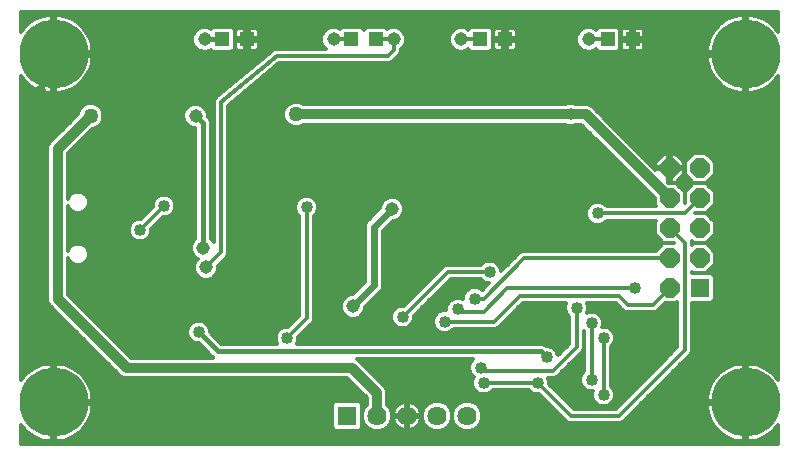
<source format=gbl>
G75*
G70*
%OFA0B0*%
%FSLAX24Y24*%
%IPPOS*%
%LPD*%
%AMOC8*
5,1,8,0,0,1.08239X$1,22.5*
%
%ADD10R,0.0472X0.0472*%
%ADD11C,0.2300*%
%ADD12R,0.0640X0.0640*%
%ADD13OC8,0.0640*%
%ADD14C,0.0640*%
%ADD15C,0.0120*%
%ADD16C,0.0450*%
%ADD17C,0.0400*%
%ADD18C,0.0500*%
%ADD19C,0.0320*%
%ADD20C,0.0240*%
%ADD21C,0.0160*%
D10*
X008313Y018996D03*
X009140Y018996D03*
X012613Y018996D03*
X013440Y018996D03*
X016913Y018996D03*
X017740Y018996D03*
X021163Y018996D03*
X021990Y018996D03*
D11*
X025762Y018511D03*
X025762Y006896D03*
X002691Y006896D03*
X002691Y018511D03*
D12*
X012476Y006446D03*
X024226Y010703D03*
D13*
X023226Y010703D03*
X023226Y011703D03*
X024226Y011703D03*
X024226Y012703D03*
X023226Y012703D03*
X023226Y013703D03*
X024226Y013703D03*
X024226Y014703D03*
X023226Y014703D03*
D14*
X016476Y006446D03*
X015476Y006446D03*
X014476Y006446D03*
X013476Y006446D03*
D15*
X001611Y006155D02*
X001611Y005502D01*
X026842Y005502D01*
X026842Y006155D01*
X026815Y006115D01*
X026734Y006016D01*
X026643Y005925D01*
X026543Y005843D01*
X026436Y005771D01*
X026323Y005711D01*
X026204Y005661D01*
X026081Y005624D01*
X025954Y005599D01*
X025826Y005586D01*
X025822Y005586D01*
X025822Y006836D01*
X025702Y006836D01*
X025702Y005586D01*
X025697Y005586D01*
X025569Y005599D01*
X025443Y005624D01*
X025320Y005661D01*
X025201Y005711D01*
X025088Y005771D01*
X024981Y005843D01*
X024881Y005925D01*
X024790Y006016D01*
X024708Y006115D01*
X024637Y006222D01*
X024576Y006336D01*
X024527Y006454D01*
X024490Y006578D01*
X024464Y006704D01*
X024452Y006832D01*
X024452Y006836D01*
X025702Y006836D01*
X025702Y006956D01*
X024452Y006956D01*
X024452Y006961D01*
X024464Y007089D01*
X024490Y007215D01*
X024527Y007338D01*
X024576Y007457D01*
X024637Y007571D01*
X024708Y007678D01*
X024790Y007777D01*
X024881Y007868D01*
X024981Y007950D01*
X025088Y008021D01*
X025201Y008082D01*
X025320Y008131D01*
X025443Y008169D01*
X025569Y008194D01*
X025697Y008206D01*
X025702Y008206D01*
X025702Y006957D01*
X025822Y006957D01*
X025822Y008206D01*
X025826Y008206D01*
X025954Y008194D01*
X026081Y008169D01*
X026204Y008131D01*
X026323Y008082D01*
X026436Y008021D01*
X026543Y007950D01*
X026643Y007868D01*
X026734Y007777D01*
X026815Y007678D01*
X026842Y007638D01*
X026842Y017769D01*
X026815Y017729D01*
X026734Y017630D01*
X026643Y017539D01*
X026543Y017457D01*
X026436Y017386D01*
X026323Y017325D01*
X026204Y017276D01*
X026081Y017238D01*
X025954Y017213D01*
X025826Y017201D01*
X025822Y017201D01*
X025822Y018450D01*
X025702Y018450D01*
X025702Y017201D01*
X025697Y017201D01*
X025569Y017213D01*
X025443Y017238D01*
X025320Y017276D01*
X025201Y017325D01*
X025088Y017386D01*
X024981Y017457D01*
X024881Y017539D01*
X024790Y017630D01*
X024708Y017729D01*
X024637Y017836D01*
X024576Y017950D01*
X024527Y018069D01*
X024490Y018192D01*
X024464Y018318D01*
X024452Y018446D01*
X024452Y018451D01*
X025702Y018451D01*
X025702Y018570D01*
X024452Y018570D01*
X024452Y018575D01*
X024464Y018703D01*
X024490Y018829D01*
X024527Y018952D01*
X024576Y019071D01*
X024637Y019185D01*
X024708Y019292D01*
X024790Y019391D01*
X024881Y019482D01*
X024981Y019564D01*
X025088Y019636D01*
X025201Y019696D01*
X025320Y019745D01*
X025443Y019783D01*
X025569Y019808D01*
X025697Y019821D01*
X025702Y019821D01*
X025702Y018571D01*
X025822Y018571D01*
X025822Y019821D01*
X025826Y019821D01*
X025954Y019808D01*
X026081Y019783D01*
X026204Y019745D01*
X026323Y019696D01*
X026436Y019636D01*
X026543Y019564D01*
X026643Y019482D01*
X026734Y019391D01*
X026815Y019292D01*
X026842Y019252D01*
X026842Y019905D01*
X001611Y019905D01*
X001611Y019252D01*
X001638Y019292D01*
X001719Y019391D01*
X001810Y019482D01*
X001910Y019564D01*
X002017Y019636D01*
X002130Y019696D01*
X002249Y019745D01*
X002372Y019783D01*
X002499Y019808D01*
X002627Y019821D01*
X002631Y019821D01*
X002631Y018571D01*
X002751Y018571D01*
X002751Y019821D01*
X002755Y019821D01*
X002883Y019808D01*
X003010Y019783D01*
X003133Y019745D01*
X003252Y019696D01*
X003365Y019636D01*
X003472Y019564D01*
X003572Y019482D01*
X003663Y019391D01*
X003744Y019292D01*
X003816Y019185D01*
X003877Y019071D01*
X003926Y018952D01*
X003963Y018829D01*
X003988Y018703D01*
X004001Y018575D01*
X004001Y018570D01*
X002751Y018570D01*
X002751Y018451D01*
X004001Y018451D01*
X004001Y018446D01*
X003988Y018318D01*
X003963Y018192D01*
X003926Y018069D01*
X003877Y017950D01*
X003816Y017836D01*
X003744Y017729D01*
X003663Y017630D01*
X003572Y017539D01*
X003472Y017457D01*
X003365Y017386D01*
X003252Y017325D01*
X003133Y017276D01*
X003010Y017238D01*
X002883Y017213D01*
X002755Y017201D01*
X002751Y017201D01*
X002751Y018450D01*
X002631Y018450D01*
X002631Y017201D01*
X002627Y017201D01*
X002499Y017213D01*
X002372Y017238D01*
X002249Y017276D01*
X002130Y017325D01*
X002017Y017386D01*
X001910Y017457D01*
X001810Y017539D01*
X001719Y017630D01*
X001638Y017729D01*
X001611Y017769D01*
X001611Y007638D01*
X001638Y007678D01*
X001719Y007777D01*
X001810Y007868D01*
X001910Y007950D01*
X002017Y008021D01*
X002130Y008082D01*
X002249Y008131D01*
X002372Y008169D01*
X002499Y008194D01*
X002627Y008206D01*
X002631Y008206D01*
X002631Y006957D01*
X002751Y006957D01*
X002751Y008206D01*
X002755Y008206D01*
X002883Y008194D01*
X003010Y008169D01*
X003133Y008131D01*
X003252Y008082D01*
X003365Y008021D01*
X003472Y007950D01*
X003572Y007868D01*
X003663Y007777D01*
X003744Y007678D01*
X003816Y007571D01*
X003877Y007457D01*
X003926Y007338D01*
X003963Y007215D01*
X003988Y007089D01*
X004001Y006961D01*
X004001Y006956D01*
X002751Y006956D01*
X002751Y006836D01*
X002751Y005586D01*
X002755Y005586D01*
X002883Y005599D01*
X003010Y005624D01*
X003133Y005661D01*
X003252Y005711D01*
X003365Y005771D01*
X003472Y005843D01*
X003572Y005925D01*
X003663Y006016D01*
X003744Y006115D01*
X003816Y006222D01*
X003877Y006336D01*
X003926Y006454D01*
X003963Y006578D01*
X003988Y006704D01*
X004001Y006832D01*
X004001Y006836D01*
X002751Y006836D01*
X002631Y006836D01*
X002631Y005586D01*
X002627Y005586D01*
X002499Y005599D01*
X002372Y005624D01*
X002249Y005661D01*
X002130Y005711D01*
X002017Y005771D01*
X001910Y005843D01*
X001810Y005925D01*
X001719Y006016D01*
X001638Y006115D01*
X001611Y006155D01*
X001611Y006151D02*
X001613Y006151D01*
X001611Y006033D02*
X001705Y006033D01*
X001611Y005914D02*
X001823Y005914D01*
X001980Y005796D02*
X001611Y005796D01*
X001611Y005677D02*
X002211Y005677D01*
X002631Y005677D02*
X002751Y005677D01*
X002751Y005796D02*
X002631Y005796D01*
X002631Y005914D02*
X002751Y005914D01*
X002751Y006033D02*
X002631Y006033D01*
X002631Y006151D02*
X002751Y006151D01*
X002751Y006270D02*
X002631Y006270D01*
X002631Y006388D02*
X002751Y006388D01*
X002751Y006507D02*
X002631Y006507D01*
X002631Y006626D02*
X002751Y006626D01*
X002751Y006744D02*
X002631Y006744D01*
X002751Y006863D02*
X011999Y006863D01*
X011976Y006840D02*
X011976Y006051D01*
X012082Y005946D01*
X012871Y005946D01*
X012976Y006051D01*
X012976Y006840D01*
X012871Y006946D01*
X012082Y006946D01*
X011976Y006840D01*
X011976Y006744D02*
X003992Y006744D01*
X003973Y006626D02*
X011976Y006626D01*
X011976Y006507D02*
X003942Y006507D01*
X003899Y006388D02*
X011976Y006388D01*
X011976Y006270D02*
X003842Y006270D01*
X003769Y006151D02*
X011976Y006151D01*
X011995Y006033D02*
X003677Y006033D01*
X003559Y005914D02*
X024894Y005914D01*
X024776Y006033D02*
X016771Y006033D01*
X016760Y006022D02*
X016900Y006162D01*
X016976Y006346D01*
X016976Y006545D01*
X016900Y006729D01*
X016760Y006869D01*
X016576Y006946D01*
X016377Y006946D01*
X016193Y006869D01*
X016053Y006729D01*
X015976Y006545D01*
X015900Y006729D01*
X015760Y006869D01*
X015576Y006946D01*
X015377Y006946D01*
X015193Y006869D01*
X015053Y006729D01*
X014976Y006545D01*
X014976Y006346D01*
X015053Y006162D01*
X015193Y006022D01*
X015377Y005946D01*
X015576Y005946D01*
X015760Y006022D01*
X015900Y006162D01*
X015976Y006346D01*
X015976Y006545D01*
X015976Y006346D01*
X016053Y006162D01*
X016193Y006022D01*
X016377Y005946D01*
X016576Y005946D01*
X016760Y006022D01*
X016889Y006151D02*
X024684Y006151D01*
X024611Y006270D02*
X021690Y006270D01*
X021662Y006242D02*
X023862Y008442D01*
X023862Y008442D01*
X023930Y008510D01*
X023966Y008598D01*
X023966Y010203D01*
X024621Y010203D01*
X024726Y010309D01*
X024726Y011098D01*
X024621Y011203D01*
X023966Y011203D01*
X023966Y011256D01*
X024019Y011203D01*
X024434Y011203D01*
X024726Y011496D01*
X024726Y011911D01*
X024434Y012203D01*
X024726Y012496D01*
X024726Y012911D01*
X024434Y013203D01*
X024726Y013496D01*
X024726Y013911D01*
X024434Y014203D01*
X024726Y014496D01*
X024726Y014911D01*
X024434Y015203D01*
X024019Y015203D01*
X023726Y014911D01*
X023726Y014496D01*
X024019Y014203D01*
X023726Y013911D01*
X023434Y014203D01*
X023207Y014203D01*
X023186Y014224D01*
X023186Y014663D01*
X022746Y014663D01*
X022746Y014662D01*
X020661Y016742D01*
X020619Y016784D01*
X020619Y016784D01*
X020619Y016784D01*
X020562Y016807D01*
X020494Y016836D01*
X020494Y016836D01*
X020494Y016836D01*
X020427Y016836D01*
X020099Y016836D01*
X020002Y016876D01*
X019851Y016876D01*
X019754Y016836D01*
X011045Y016836D01*
X011020Y016860D01*
X010862Y016926D01*
X010691Y016926D01*
X010533Y016860D01*
X010412Y016739D01*
X010346Y016581D01*
X010346Y016410D01*
X010412Y016252D01*
X010533Y016131D01*
X010691Y016066D01*
X010862Y016066D01*
X011020Y016131D01*
X011045Y016156D01*
X019754Y016156D01*
X019851Y016116D01*
X020002Y016116D01*
X020099Y016156D01*
X020286Y016156D01*
X022726Y013722D01*
X022726Y013496D01*
X022787Y013436D01*
X021124Y013436D01*
X021042Y013518D01*
X020902Y013576D01*
X020751Y013576D01*
X020611Y013518D01*
X020504Y013411D01*
X020446Y013271D01*
X020446Y013120D01*
X020504Y012980D01*
X020611Y012873D01*
X020751Y012816D01*
X020902Y012816D01*
X021042Y012873D01*
X021124Y012956D01*
X022772Y012956D01*
X022726Y012911D01*
X022726Y012496D01*
X023019Y012203D01*
X022759Y011943D01*
X018377Y011936D01*
X018329Y011936D01*
X018329Y011935D01*
X018328Y011935D01*
X018289Y011919D01*
X018240Y011899D01*
X018213Y011872D01*
X017606Y011265D01*
X017606Y011321D01*
X017549Y011461D01*
X017442Y011568D01*
X017302Y011626D01*
X017151Y011626D01*
X017011Y011568D01*
X016929Y011486D01*
X013676Y011486D01*
X013676Y011604D02*
X017100Y011604D01*
X016929Y011486D02*
X015874Y011486D01*
X015779Y011486D01*
X015690Y011449D01*
X014367Y010126D01*
X014251Y010126D01*
X014111Y010068D01*
X014004Y009961D01*
X013946Y009821D01*
X013946Y009670D01*
X014004Y009530D01*
X014111Y009423D01*
X014251Y009366D01*
X014402Y009366D01*
X014542Y009423D01*
X014649Y009530D01*
X014706Y009670D01*
X014706Y009786D01*
X015926Y011006D01*
X016929Y011006D01*
X017011Y010923D01*
X017151Y010866D01*
X017207Y010866D01*
X016980Y010639D01*
X016942Y010678D01*
X016802Y010735D01*
X016651Y010735D01*
X016511Y010678D01*
X016404Y010571D01*
X016346Y010431D01*
X016346Y010341D01*
X016245Y010383D01*
X016093Y010383D01*
X015954Y010325D01*
X015847Y010218D01*
X015789Y010079D01*
X015789Y009968D01*
X015651Y009968D01*
X015511Y009910D01*
X015404Y009803D01*
X015346Y009664D01*
X015346Y009512D01*
X015404Y009373D01*
X015511Y009266D01*
X015651Y009208D01*
X015802Y009208D01*
X015942Y009266D01*
X016024Y009348D01*
X017321Y009348D01*
X017417Y009348D01*
X017505Y009385D01*
X018326Y010206D01*
X019781Y010206D01*
X019746Y010121D01*
X019746Y009970D01*
X019804Y009830D01*
X019886Y009748D01*
X019886Y008845D01*
X019506Y008465D01*
X019506Y008471D01*
X019449Y008611D01*
X019342Y008718D01*
X019202Y008776D01*
X019114Y008776D01*
X019074Y008816D01*
X018978Y008856D01*
X018875Y008856D01*
X010809Y008856D01*
X010856Y008970D01*
X010856Y009086D01*
X011330Y009560D01*
X011366Y009648D01*
X011366Y009743D01*
X011366Y013098D01*
X011449Y013180D01*
X011506Y013320D01*
X011506Y013471D01*
X011449Y013611D01*
X011342Y013718D01*
X011202Y013776D01*
X011051Y013776D01*
X010911Y013718D01*
X010804Y013611D01*
X010746Y013471D01*
X010746Y013320D01*
X010804Y013180D01*
X010886Y013098D01*
X010886Y009795D01*
X010517Y009426D01*
X010401Y009426D01*
X010261Y009368D01*
X010154Y009261D01*
X010096Y009121D01*
X010096Y008970D01*
X010144Y008856D01*
X008284Y008856D01*
X007906Y009233D01*
X007906Y009321D01*
X007849Y009461D01*
X007742Y009568D01*
X007602Y009626D01*
X007451Y009626D01*
X007311Y009568D01*
X007204Y009461D01*
X007146Y009321D01*
X007146Y009170D01*
X007204Y009030D01*
X007311Y008923D01*
X007451Y008866D01*
X007539Y008866D01*
X007956Y008448D01*
X008019Y008386D01*
X005267Y008386D01*
X003166Y010486D01*
X003166Y011713D01*
X003199Y011635D01*
X003299Y011535D01*
X003430Y011480D01*
X003572Y011480D01*
X003704Y011535D01*
X003804Y011635D01*
X003859Y011766D01*
X003859Y011908D01*
X003804Y012040D01*
X003704Y012140D01*
X003572Y012194D01*
X003430Y012194D01*
X003299Y012140D01*
X003199Y012040D01*
X003166Y011962D01*
X003166Y013445D01*
X003199Y013367D01*
X003299Y013267D01*
X003430Y013212D01*
X003572Y013212D01*
X003704Y013267D01*
X003804Y013367D01*
X003859Y013499D01*
X003859Y013641D01*
X003804Y013772D01*
X003704Y013872D01*
X003572Y013927D01*
X003430Y013927D01*
X003299Y013872D01*
X003199Y013772D01*
X003166Y013694D01*
X003166Y015205D01*
X003977Y016016D01*
X004012Y016016D01*
X004170Y016081D01*
X004291Y016202D01*
X004356Y016360D01*
X004356Y016531D01*
X004291Y016689D01*
X004170Y016810D01*
X004012Y016876D01*
X003841Y016876D01*
X003683Y016810D01*
X003562Y016689D01*
X003496Y016531D01*
X003496Y016496D01*
X002538Y015538D01*
X002486Y015413D01*
X002486Y015278D01*
X002486Y010413D01*
X002486Y010278D01*
X002538Y010153D01*
X004934Y007757D01*
X005059Y007706D01*
X005194Y007706D01*
X012486Y007706D01*
X013136Y007055D01*
X013136Y006813D01*
X013053Y006729D01*
X012976Y006545D01*
X012976Y006346D01*
X013053Y006162D01*
X013193Y006022D01*
X013377Y005946D01*
X013576Y005946D01*
X013760Y006022D01*
X013900Y006162D01*
X013976Y006346D01*
X013976Y006545D01*
X013900Y006729D01*
X013816Y006813D01*
X013816Y007128D01*
X013816Y007263D01*
X013765Y007388D01*
X012819Y008334D01*
X012815Y008336D01*
X016679Y008336D01*
X016604Y008261D01*
X016546Y008121D01*
X016546Y007970D01*
X016604Y007830D01*
X016695Y007739D01*
X016646Y007621D01*
X016646Y007470D01*
X016704Y007330D01*
X016811Y007223D01*
X016951Y007166D01*
X017102Y007166D01*
X017242Y007223D01*
X017324Y007306D01*
X018529Y007306D01*
X018611Y007223D01*
X018751Y007166D01*
X018867Y007166D01*
X019790Y006242D01*
X019879Y006206D01*
X019974Y006206D01*
X021479Y006206D01*
X021574Y006206D01*
X021662Y006242D01*
X021809Y006388D02*
X024554Y006388D01*
X024511Y006507D02*
X021927Y006507D01*
X022046Y006626D02*
X024480Y006626D01*
X024461Y006744D02*
X022164Y006744D01*
X022283Y006863D02*
X025702Y006863D01*
X025702Y006981D02*
X025822Y006981D01*
X025822Y007100D02*
X025702Y007100D01*
X025702Y007218D02*
X025822Y007218D01*
X025822Y007337D02*
X025702Y007337D01*
X025702Y007455D02*
X025822Y007455D01*
X025822Y007574D02*
X025702Y007574D01*
X025702Y007692D02*
X025822Y007692D01*
X025822Y007811D02*
X025702Y007811D01*
X025702Y007930D02*
X025822Y007930D01*
X025822Y008048D02*
X025702Y008048D01*
X025702Y008167D02*
X025822Y008167D01*
X026087Y008167D02*
X026842Y008167D01*
X026842Y008285D02*
X023705Y008285D01*
X023587Y008167D02*
X025437Y008167D01*
X025138Y008048D02*
X023468Y008048D01*
X023350Y007930D02*
X024956Y007930D01*
X024824Y007811D02*
X023231Y007811D01*
X023113Y007692D02*
X024721Y007692D01*
X024639Y007574D02*
X022994Y007574D01*
X022876Y007455D02*
X024576Y007455D01*
X024527Y007337D02*
X022757Y007337D01*
X022639Y007218D02*
X024491Y007218D01*
X024467Y007100D02*
X022520Y007100D01*
X022401Y006981D02*
X024454Y006981D01*
X025702Y006744D02*
X025822Y006744D01*
X025822Y006626D02*
X025702Y006626D01*
X025702Y006507D02*
X025822Y006507D01*
X025822Y006388D02*
X025702Y006388D01*
X025702Y006270D02*
X025822Y006270D01*
X025822Y006151D02*
X025702Y006151D01*
X025702Y006033D02*
X025822Y006033D01*
X025822Y005914D02*
X025702Y005914D01*
X025702Y005796D02*
X025822Y005796D01*
X025822Y005677D02*
X025702Y005677D01*
X025282Y005677D02*
X003171Y005677D01*
X003402Y005796D02*
X025051Y005796D01*
X026242Y005677D02*
X026842Y005677D01*
X026842Y005559D02*
X001611Y005559D01*
X002631Y006981D02*
X002751Y006981D01*
X002751Y007100D02*
X002631Y007100D01*
X002631Y007218D02*
X002751Y007218D01*
X002751Y007337D02*
X002631Y007337D01*
X002631Y007455D02*
X002751Y007455D01*
X002751Y007574D02*
X002631Y007574D01*
X002631Y007692D02*
X002751Y007692D01*
X002751Y007811D02*
X002631Y007811D01*
X002631Y007930D02*
X002751Y007930D01*
X002751Y008048D02*
X002631Y008048D01*
X002631Y008167D02*
X002751Y008167D01*
X003016Y008167D02*
X004525Y008167D01*
X004643Y008048D02*
X003315Y008048D01*
X003497Y007930D02*
X004762Y007930D01*
X004880Y007811D02*
X003629Y007811D01*
X003732Y007692D02*
X012499Y007692D01*
X012617Y007574D02*
X003814Y007574D01*
X003877Y007455D02*
X012736Y007455D01*
X012854Y007337D02*
X003926Y007337D01*
X003962Y007218D02*
X012973Y007218D01*
X013091Y007100D02*
X003986Y007100D01*
X003999Y006981D02*
X013136Y006981D01*
X013136Y006863D02*
X012954Y006863D01*
X012976Y006744D02*
X013068Y006744D01*
X013010Y006626D02*
X012976Y006626D01*
X012976Y006507D02*
X012976Y006507D01*
X012976Y006388D02*
X012976Y006388D01*
X012976Y006270D02*
X013008Y006270D01*
X012976Y006151D02*
X013064Y006151D01*
X012958Y006033D02*
X013182Y006033D01*
X013771Y006033D02*
X014229Y006033D01*
X014225Y006035D02*
X014292Y006001D01*
X014364Y005977D01*
X014436Y005966D01*
X014436Y006405D01*
X014516Y006405D01*
X014516Y005966D01*
X014589Y005977D01*
X014661Y006001D01*
X014728Y006035D01*
X014789Y006079D01*
X014843Y006133D01*
X014887Y006194D01*
X014921Y006261D01*
X014945Y006333D01*
X014956Y006406D01*
X014517Y006406D01*
X014517Y006486D01*
X014956Y006486D01*
X014945Y006558D01*
X014921Y006630D01*
X014887Y006697D01*
X014843Y006758D01*
X014789Y006812D01*
X014728Y006856D01*
X014661Y006890D01*
X014589Y006914D01*
X014516Y006925D01*
X014516Y006486D01*
X014436Y006486D01*
X014436Y006925D01*
X014364Y006914D01*
X014292Y006890D01*
X014225Y006856D01*
X014164Y006812D01*
X014110Y006758D01*
X014066Y006697D01*
X014032Y006630D01*
X014008Y006558D01*
X013997Y006486D01*
X014436Y006486D01*
X014436Y006406D01*
X013997Y006406D01*
X014008Y006333D01*
X014032Y006261D01*
X014066Y006194D01*
X014110Y006133D01*
X014164Y006079D01*
X014225Y006035D01*
X014097Y006151D02*
X013889Y006151D01*
X013945Y006270D02*
X014029Y006270D01*
X013999Y006388D02*
X013976Y006388D01*
X013976Y006507D02*
X014000Y006507D01*
X014030Y006626D02*
X013943Y006626D01*
X013885Y006744D02*
X014100Y006744D01*
X014238Y006863D02*
X013816Y006863D01*
X013816Y006981D02*
X019051Y006981D01*
X018933Y007100D02*
X013816Y007100D01*
X013816Y007218D02*
X016824Y007218D01*
X016702Y007337D02*
X013786Y007337D01*
X013697Y007455D02*
X016652Y007455D01*
X016646Y007574D02*
X013579Y007574D01*
X013460Y007692D02*
X016676Y007692D01*
X016624Y007811D02*
X013342Y007811D01*
X013223Y007930D02*
X016563Y007930D01*
X016546Y008048D02*
X013105Y008048D01*
X012986Y008167D02*
X016565Y008167D01*
X016629Y008285D02*
X012868Y008285D01*
X014064Y009471D02*
X011241Y009471D01*
X011342Y009589D02*
X013980Y009589D01*
X013946Y009708D02*
X012798Y009708D01*
X012757Y009691D02*
X012906Y009752D01*
X013020Y009866D01*
X013081Y010015D01*
X013081Y010076D01*
X013546Y010541D01*
X013546Y010541D01*
X013631Y010626D01*
X013676Y010736D01*
X013676Y012621D01*
X013996Y012941D01*
X014057Y012941D01*
X014206Y013002D01*
X014320Y013116D01*
X014381Y013265D01*
X014381Y013426D01*
X014320Y013575D01*
X014206Y013689D01*
X014057Y013751D01*
X013896Y013751D01*
X013747Y013689D01*
X013633Y013575D01*
X013571Y013426D01*
X013571Y013365D01*
X013122Y012916D01*
X013076Y012805D01*
X013076Y012686D01*
X013076Y010920D01*
X012657Y010501D01*
X012596Y010501D01*
X012447Y010439D01*
X012333Y010325D01*
X012271Y010176D01*
X012271Y010015D01*
X012333Y009866D01*
X012447Y009752D01*
X012596Y009691D01*
X012757Y009691D01*
X012555Y009708D02*
X011366Y009708D01*
X011366Y009826D02*
X012373Y009826D01*
X012301Y009945D02*
X011366Y009945D01*
X011366Y010063D02*
X012271Y010063D01*
X012274Y010182D02*
X011366Y010182D01*
X011366Y010300D02*
X012323Y010300D01*
X012427Y010419D02*
X011366Y010419D01*
X011366Y010537D02*
X012694Y010537D01*
X012813Y010656D02*
X011366Y010656D01*
X011366Y010775D02*
X012931Y010775D01*
X013050Y010893D02*
X011366Y010893D01*
X011366Y011012D02*
X013076Y011012D01*
X013076Y011130D02*
X011366Y011130D01*
X011366Y011249D02*
X013076Y011249D01*
X013076Y011367D02*
X011366Y011367D01*
X011366Y011486D02*
X013076Y011486D01*
X013076Y011604D02*
X011366Y011604D01*
X011366Y011723D02*
X013076Y011723D01*
X013076Y011841D02*
X011366Y011841D01*
X011366Y011960D02*
X013076Y011960D01*
X013076Y012079D02*
X011366Y012079D01*
X011366Y012197D02*
X013076Y012197D01*
X013076Y012316D02*
X011366Y012316D01*
X011366Y012434D02*
X013076Y012434D01*
X013076Y012553D02*
X011366Y012553D01*
X011366Y012671D02*
X013076Y012671D01*
X013076Y012790D02*
X011366Y012790D01*
X011366Y012908D02*
X013119Y012908D01*
X013234Y013027D02*
X011366Y013027D01*
X011414Y013145D02*
X013352Y013145D01*
X013471Y013264D02*
X011483Y013264D01*
X011506Y013383D02*
X013571Y013383D01*
X013603Y013501D02*
X011494Y013501D01*
X011440Y013620D02*
X013678Y013620D01*
X013866Y013738D02*
X011292Y013738D01*
X010961Y013738D02*
X008516Y013738D01*
X008516Y013620D02*
X010813Y013620D01*
X010759Y013501D02*
X008516Y013501D01*
X008516Y013383D02*
X010746Y013383D01*
X010770Y013264D02*
X008516Y013264D01*
X008516Y013145D02*
X010839Y013145D01*
X010886Y013027D02*
X008516Y013027D01*
X008516Y012908D02*
X010886Y012908D01*
X010886Y012790D02*
X008516Y012790D01*
X008516Y012671D02*
X010886Y012671D01*
X010886Y012553D02*
X008516Y012553D01*
X008516Y012434D02*
X010886Y012434D01*
X010886Y012316D02*
X008516Y012316D01*
X008516Y012197D02*
X010886Y012197D01*
X010886Y012079D02*
X008516Y012079D01*
X008516Y011960D02*
X010886Y011960D01*
X010886Y011841D02*
X008514Y011841D01*
X008516Y011848D02*
X008516Y016784D01*
X010214Y018206D01*
X013874Y018206D01*
X013962Y018242D01*
X014030Y018310D01*
X014230Y018510D01*
X014266Y018598D01*
X014266Y018663D01*
X014370Y018766D01*
X014431Y018915D01*
X014431Y019076D01*
X014370Y019225D01*
X014256Y019339D01*
X014107Y019401D01*
X013946Y019401D01*
X013816Y019347D01*
X013751Y019412D01*
X013129Y019412D01*
X013026Y019309D01*
X012924Y019412D01*
X012302Y019412D01*
X012237Y019347D01*
X012107Y019401D01*
X011946Y019401D01*
X011797Y019339D01*
X011683Y019225D01*
X011621Y019076D01*
X011621Y018915D01*
X011683Y018766D01*
X011764Y018686D01*
X010137Y018686D01*
X010100Y018689D01*
X010090Y018686D01*
X010079Y018686D01*
X010044Y018671D01*
X010009Y018660D01*
X010001Y018653D01*
X009990Y018649D01*
X009964Y018623D01*
X008151Y017103D01*
X008140Y017099D01*
X008114Y017073D01*
X008086Y017049D01*
X008081Y017039D01*
X008073Y017032D01*
X008059Y016997D01*
X008042Y016964D01*
X008041Y016953D01*
X008036Y016943D01*
X008036Y016906D01*
X008033Y016869D01*
X008036Y016859D01*
X008036Y012235D01*
X008020Y012275D01*
X007936Y012358D01*
X007936Y016144D01*
X007936Y016247D01*
X007897Y016343D01*
X007831Y016408D01*
X007831Y016526D01*
X007770Y016675D01*
X007656Y016789D01*
X007507Y016851D01*
X007346Y016851D01*
X007197Y016789D01*
X007083Y016675D01*
X007021Y016526D01*
X007021Y016365D01*
X007083Y016216D01*
X007197Y016102D01*
X007346Y016041D01*
X007416Y016041D01*
X007416Y012358D01*
X007333Y012275D01*
X007271Y012126D01*
X007271Y011965D01*
X007333Y011816D01*
X007447Y011702D01*
X007492Y011684D01*
X007433Y011625D01*
X007371Y011476D01*
X007371Y011315D01*
X007433Y011166D01*
X007547Y011052D01*
X007696Y010991D01*
X007857Y010991D01*
X008006Y011052D01*
X008120Y011166D01*
X008181Y011315D01*
X008181Y011461D01*
X008412Y011692D01*
X008412Y011692D01*
X008480Y011760D01*
X008516Y011848D01*
X008443Y011723D02*
X010886Y011723D01*
X010886Y011604D02*
X008325Y011604D01*
X008206Y011486D02*
X010886Y011486D01*
X010886Y011367D02*
X008181Y011367D01*
X008154Y011249D02*
X010886Y011249D01*
X010886Y011130D02*
X008084Y011130D01*
X007908Y011012D02*
X010886Y011012D01*
X010886Y010893D02*
X003166Y010893D01*
X003166Y010775D02*
X010886Y010775D01*
X010886Y010656D02*
X003166Y010656D01*
X003166Y010537D02*
X010886Y010537D01*
X010886Y010419D02*
X003234Y010419D01*
X003352Y010300D02*
X010886Y010300D01*
X010886Y010182D02*
X003471Y010182D01*
X003589Y010063D02*
X010886Y010063D01*
X010886Y009945D02*
X003708Y009945D01*
X003827Y009826D02*
X010886Y009826D01*
X010799Y009708D02*
X003945Y009708D01*
X004064Y009589D02*
X007363Y009589D01*
X007214Y009471D02*
X004182Y009471D01*
X004301Y009352D02*
X007159Y009352D01*
X007146Y009234D02*
X004419Y009234D01*
X004538Y009115D02*
X007169Y009115D01*
X007238Y008996D02*
X004656Y008996D01*
X004775Y008878D02*
X007421Y008878D01*
X007645Y008759D02*
X004893Y008759D01*
X005012Y008641D02*
X007764Y008641D01*
X007882Y008522D02*
X005131Y008522D01*
X005249Y008404D02*
X008001Y008404D01*
X008262Y008878D02*
X010135Y008878D01*
X010096Y008996D02*
X008143Y008996D01*
X008025Y009115D02*
X010096Y009115D01*
X010143Y009234D02*
X007906Y009234D01*
X007894Y009352D02*
X010246Y009352D01*
X010562Y009471D02*
X007839Y009471D01*
X007690Y009589D02*
X010681Y009589D01*
X011126Y009696D02*
X010476Y009046D01*
X010818Y008878D02*
X019886Y008878D01*
X019886Y008996D02*
X010856Y008996D01*
X010885Y009115D02*
X019886Y009115D01*
X019886Y009234D02*
X015863Y009234D01*
X015589Y009234D02*
X011004Y009234D01*
X011122Y009352D02*
X015425Y009352D01*
X015364Y009471D02*
X014589Y009471D01*
X014673Y009589D02*
X015346Y009589D01*
X015365Y009708D02*
X014706Y009708D01*
X014746Y009826D02*
X015427Y009826D01*
X015595Y009945D02*
X014865Y009945D01*
X014984Y010063D02*
X015789Y010063D01*
X015832Y010182D02*
X015102Y010182D01*
X015221Y010300D02*
X015929Y010300D01*
X016169Y010003D02*
X016269Y009903D01*
X017026Y009903D01*
X017819Y010696D01*
X022076Y010696D01*
X021526Y010446D02*
X021826Y010146D01*
X022676Y010146D01*
X023226Y010703D01*
X023486Y010256D02*
X023486Y008745D01*
X021427Y006686D01*
X020026Y006686D01*
X019206Y007505D01*
X019206Y007621D01*
X019171Y007706D01*
X019374Y007706D01*
X019462Y007742D01*
X019530Y007810D01*
X020330Y008610D01*
X020366Y008698D01*
X020366Y008793D01*
X020366Y009268D01*
X020386Y009248D01*
X020386Y007943D01*
X020304Y007861D01*
X020246Y007721D01*
X020246Y007570D01*
X020304Y007430D01*
X020411Y007323D01*
X020551Y007266D01*
X020665Y007266D01*
X020646Y007221D01*
X020646Y007070D01*
X020704Y006930D01*
X020811Y006823D01*
X020951Y006766D01*
X021102Y006766D01*
X021242Y006823D01*
X021349Y006930D01*
X021406Y007070D01*
X021406Y007221D01*
X021349Y007361D01*
X021266Y007443D01*
X021266Y008748D01*
X021349Y008830D01*
X021406Y008970D01*
X021406Y009121D01*
X021349Y009261D01*
X021242Y009368D01*
X021102Y009426D01*
X020988Y009426D01*
X021006Y009470D01*
X021006Y009621D01*
X020949Y009761D01*
X020842Y009868D01*
X020702Y009926D01*
X020551Y009926D01*
X020475Y009894D01*
X020506Y009970D01*
X020506Y010121D01*
X020471Y010206D01*
X021427Y010206D01*
X021623Y010010D01*
X021690Y009942D01*
X021779Y009906D01*
X022630Y009906D01*
X022630Y009905D01*
X022675Y009906D01*
X022724Y009906D01*
X022725Y009906D01*
X022726Y009906D01*
X022768Y009924D01*
X022812Y009942D01*
X022813Y009943D01*
X022814Y009943D01*
X022844Y009974D01*
X022880Y010010D01*
X022880Y010011D01*
X023071Y010203D01*
X023434Y010203D01*
X023486Y010256D01*
X023486Y010182D02*
X023049Y010182D01*
X022932Y010063D02*
X023486Y010063D01*
X023486Y009945D02*
X022815Y009945D01*
X023486Y009826D02*
X020883Y009826D01*
X020971Y009708D02*
X023486Y009708D01*
X023486Y009589D02*
X021006Y009589D01*
X021006Y009471D02*
X023486Y009471D01*
X023486Y009352D02*
X021257Y009352D01*
X021360Y009234D02*
X023486Y009234D01*
X023486Y009115D02*
X021406Y009115D01*
X021406Y008996D02*
X023486Y008996D01*
X023486Y008878D02*
X021368Y008878D01*
X021278Y008759D02*
X023486Y008759D01*
X023382Y008641D02*
X021266Y008641D01*
X021266Y008522D02*
X023264Y008522D01*
X023145Y008404D02*
X021266Y008404D01*
X021266Y008285D02*
X023027Y008285D01*
X022908Y008167D02*
X021266Y008167D01*
X021266Y008048D02*
X022790Y008048D01*
X022671Y007930D02*
X021266Y007930D01*
X021266Y007811D02*
X022552Y007811D01*
X022434Y007692D02*
X021266Y007692D01*
X021266Y007574D02*
X022315Y007574D01*
X022197Y007455D02*
X021266Y007455D01*
X021359Y007337D02*
X022078Y007337D01*
X021960Y007218D02*
X021406Y007218D01*
X021406Y007100D02*
X021841Y007100D01*
X021723Y006981D02*
X021370Y006981D01*
X021281Y006863D02*
X021604Y006863D01*
X021486Y006744D02*
X019967Y006744D01*
X019849Y006863D02*
X020772Y006863D01*
X020683Y006981D02*
X019730Y006981D01*
X019612Y007100D02*
X020646Y007100D01*
X020646Y007218D02*
X019493Y007218D01*
X019375Y007337D02*
X020398Y007337D01*
X020294Y007455D02*
X019256Y007455D01*
X019206Y007574D02*
X020246Y007574D01*
X020246Y007692D02*
X019177Y007692D01*
X019326Y007946D02*
X017026Y007946D01*
X016926Y008046D01*
X017026Y007546D02*
X018826Y007546D01*
X019926Y006446D01*
X021526Y006446D01*
X023726Y008646D01*
X023726Y012196D01*
X023226Y012703D01*
X022726Y012671D02*
X013726Y012671D01*
X013676Y012553D02*
X022726Y012553D01*
X022789Y012434D02*
X013676Y012434D01*
X013676Y012316D02*
X022907Y012316D01*
X023019Y012203D02*
X023382Y012203D01*
X023382Y012203D01*
X023019Y012203D01*
X023013Y012197D02*
X013676Y012197D01*
X013676Y012079D02*
X022894Y012079D01*
X022776Y011960D02*
X013676Y011960D01*
X013676Y011841D02*
X018183Y011841D01*
X018240Y011899D02*
X018240Y011899D01*
X018240Y011899D01*
X018376Y011696D02*
X017036Y010355D01*
X016726Y010355D01*
X016391Y010537D02*
X015458Y010537D01*
X015339Y010419D02*
X016346Y010419D01*
X016490Y010656D02*
X015576Y010656D01*
X015695Y010775D02*
X017116Y010775D01*
X017084Y010893D02*
X015813Y010893D01*
X015826Y011246D02*
X014326Y009746D01*
X013998Y009945D02*
X013052Y009945D01*
X013081Y010063D02*
X014107Y010063D01*
X013949Y009826D02*
X012980Y009826D01*
X013187Y010182D02*
X014423Y010182D01*
X014542Y010300D02*
X013305Y010300D01*
X013424Y010419D02*
X014660Y010419D01*
X014779Y010537D02*
X013543Y010537D01*
X013643Y010656D02*
X014897Y010656D01*
X015016Y010775D02*
X013676Y010775D01*
X013676Y010893D02*
X015135Y010893D01*
X015253Y011012D02*
X013676Y011012D01*
X013676Y011130D02*
X015372Y011130D01*
X015490Y011249D02*
X013676Y011249D01*
X013676Y011367D02*
X015609Y011367D01*
X015826Y011246D02*
X017226Y011246D01*
X017587Y011367D02*
X017709Y011367D01*
X017827Y011486D02*
X017524Y011486D01*
X017353Y011604D02*
X017946Y011604D01*
X018064Y011723D02*
X013676Y011723D01*
X013845Y012790D02*
X022726Y012790D01*
X022726Y012908D02*
X021077Y012908D01*
X020826Y013196D02*
X023726Y013196D01*
X024226Y013703D01*
X024726Y013738D02*
X026842Y013738D01*
X026842Y013620D02*
X024726Y013620D01*
X024726Y013501D02*
X026842Y013501D01*
X026842Y013383D02*
X024613Y013383D01*
X024494Y013264D02*
X026842Y013264D01*
X026842Y013145D02*
X024492Y013145D01*
X024434Y013203D02*
X024071Y013203D01*
X024071Y013203D01*
X024434Y013203D01*
X024610Y013027D02*
X026842Y013027D01*
X026842Y012908D02*
X024726Y012908D01*
X024726Y012790D02*
X026842Y012790D01*
X026842Y012671D02*
X024726Y012671D01*
X024726Y012553D02*
X026842Y012553D01*
X026842Y012434D02*
X024664Y012434D01*
X024546Y012316D02*
X026842Y012316D01*
X026842Y012197D02*
X024440Y012197D01*
X024434Y012203D02*
X024019Y012203D01*
X023966Y012150D01*
X023966Y012196D01*
X023967Y012241D01*
X023966Y012242D01*
X023966Y012243D01*
X023957Y012266D01*
X024019Y012203D01*
X024434Y012203D01*
X024558Y012079D02*
X026842Y012079D01*
X026842Y011960D02*
X024677Y011960D01*
X024726Y011841D02*
X026842Y011841D01*
X026842Y011723D02*
X024726Y011723D01*
X024726Y011604D02*
X026842Y011604D01*
X026842Y011486D02*
X024716Y011486D01*
X024597Y011367D02*
X026842Y011367D01*
X026842Y011249D02*
X024479Y011249D01*
X024694Y011130D02*
X026842Y011130D01*
X026842Y011012D02*
X024726Y011012D01*
X024726Y010893D02*
X026842Y010893D01*
X026842Y010775D02*
X024726Y010775D01*
X024726Y010656D02*
X026842Y010656D01*
X026842Y010537D02*
X024726Y010537D01*
X024726Y010419D02*
X026842Y010419D01*
X026842Y010300D02*
X024718Y010300D01*
X023966Y010182D02*
X026842Y010182D01*
X026842Y010063D02*
X023966Y010063D01*
X023966Y009945D02*
X026842Y009945D01*
X026842Y009826D02*
X023966Y009826D01*
X023966Y009708D02*
X026842Y009708D01*
X026842Y009589D02*
X023966Y009589D01*
X023966Y009471D02*
X026842Y009471D01*
X026842Y009352D02*
X023966Y009352D01*
X023966Y009234D02*
X026842Y009234D01*
X026842Y009115D02*
X023966Y009115D01*
X023966Y008996D02*
X026842Y008996D01*
X026842Y008878D02*
X023966Y008878D01*
X023966Y008759D02*
X026842Y008759D01*
X026842Y008641D02*
X023966Y008641D01*
X023935Y008522D02*
X026842Y008522D01*
X026842Y008404D02*
X023824Y008404D01*
X026386Y008048D02*
X026842Y008048D01*
X026842Y007930D02*
X026568Y007930D01*
X026700Y007811D02*
X026842Y007811D01*
X026842Y007692D02*
X026803Y007692D01*
X026840Y006151D02*
X026842Y006151D01*
X026842Y006033D02*
X026748Y006033D01*
X026842Y005914D02*
X026630Y005914D01*
X026473Y005796D02*
X026842Y005796D01*
X021026Y007146D02*
X021026Y009046D01*
X020626Y009546D02*
X020626Y007646D01*
X020284Y007811D02*
X019531Y007811D01*
X019650Y007930D02*
X020373Y007930D01*
X020386Y008048D02*
X019768Y008048D01*
X019887Y008167D02*
X020386Y008167D01*
X020386Y008285D02*
X020005Y008285D01*
X020124Y008404D02*
X020386Y008404D01*
X020386Y008522D02*
X020243Y008522D01*
X020343Y008641D02*
X020386Y008641D01*
X020386Y008759D02*
X020366Y008759D01*
X020366Y008878D02*
X020386Y008878D01*
X020386Y008996D02*
X020366Y008996D01*
X020366Y009115D02*
X020386Y009115D01*
X020386Y009234D02*
X020366Y009234D01*
X019886Y009352D02*
X017426Y009352D01*
X017591Y009471D02*
X019886Y009471D01*
X019886Y009589D02*
X017709Y009589D01*
X017828Y009708D02*
X019886Y009708D01*
X019808Y009826D02*
X017946Y009826D01*
X018065Y009945D02*
X019757Y009945D01*
X019746Y010063D02*
X018184Y010063D01*
X018302Y010182D02*
X019772Y010182D01*
X020126Y010046D02*
X020126Y008746D01*
X019326Y007946D01*
X019485Y008522D02*
X019564Y008522D01*
X019682Y008641D02*
X019419Y008641D01*
X019241Y008759D02*
X019801Y008759D01*
X020496Y009945D02*
X021688Y009945D01*
X021569Y010063D02*
X020506Y010063D01*
X020481Y010182D02*
X021451Y010182D01*
X021526Y010446D02*
X018226Y010446D01*
X017369Y009588D01*
X015726Y009588D01*
X016963Y010656D02*
X016998Y010656D01*
X018376Y011696D02*
X023226Y011703D01*
X023966Y011249D02*
X023974Y011249D01*
X023966Y012197D02*
X024013Y012197D01*
X023726Y013538D02*
X023726Y013911D01*
X023726Y013538D01*
X023726Y013538D01*
X023726Y013620D02*
X023726Y013620D01*
X023726Y013738D02*
X023726Y013738D01*
X023726Y013857D02*
X023726Y013857D01*
X023662Y013975D02*
X023791Y013975D01*
X023910Y014094D02*
X023543Y014094D01*
X023425Y014223D02*
X023706Y014505D01*
X023706Y014663D01*
X023267Y014663D01*
X023267Y014743D01*
X023706Y014743D01*
X023706Y014902D01*
X023425Y015183D01*
X023266Y015183D01*
X023266Y014744D01*
X023186Y014744D01*
X023186Y015183D01*
X023028Y015183D01*
X022746Y014902D01*
X022746Y014743D01*
X023186Y014743D01*
X023186Y014663D01*
X023266Y014663D01*
X023266Y014223D01*
X023425Y014223D01*
X023533Y014331D02*
X023892Y014331D01*
X023773Y014449D02*
X023651Y014449D01*
X023706Y014568D02*
X023726Y014568D01*
X023726Y014686D02*
X023267Y014686D01*
X023186Y014686D02*
X022722Y014686D01*
X022746Y014805D02*
X022603Y014805D01*
X022484Y014924D02*
X022768Y014924D01*
X022886Y015042D02*
X022365Y015042D01*
X022247Y015161D02*
X023005Y015161D01*
X023186Y015161D02*
X023266Y015161D01*
X023266Y015042D02*
X023186Y015042D01*
X023186Y014924D02*
X023266Y014924D01*
X023266Y014805D02*
X023186Y014805D01*
X023186Y014568D02*
X023266Y014568D01*
X023266Y014449D02*
X023186Y014449D01*
X023186Y014331D02*
X023266Y014331D01*
X023198Y014212D02*
X024010Y014212D01*
X024019Y014203D02*
X024434Y014203D01*
X024019Y014203D01*
X024442Y014212D02*
X026842Y014212D01*
X026842Y014094D02*
X024543Y014094D01*
X024662Y013975D02*
X026842Y013975D01*
X026842Y013857D02*
X024726Y013857D01*
X024561Y014331D02*
X026842Y014331D01*
X026842Y014449D02*
X024679Y014449D01*
X024726Y014568D02*
X026842Y014568D01*
X026842Y014686D02*
X024726Y014686D01*
X024726Y014805D02*
X026842Y014805D01*
X026842Y014924D02*
X024713Y014924D01*
X024595Y015042D02*
X026842Y015042D01*
X026842Y015161D02*
X024476Y015161D01*
X023977Y015161D02*
X023448Y015161D01*
X023567Y015042D02*
X023858Y015042D01*
X023739Y014924D02*
X023685Y014924D01*
X023706Y014805D02*
X023726Y014805D01*
X022354Y014094D02*
X008516Y014094D01*
X008516Y014212D02*
X022235Y014212D01*
X022116Y014331D02*
X008516Y014331D01*
X008516Y014449D02*
X021997Y014449D01*
X021878Y014568D02*
X008516Y014568D01*
X008516Y014686D02*
X021759Y014686D01*
X021640Y014805D02*
X008516Y014805D01*
X008516Y014924D02*
X021521Y014924D01*
X021402Y015042D02*
X008516Y015042D01*
X008516Y015161D02*
X021284Y015161D01*
X021165Y015279D02*
X008516Y015279D01*
X008516Y015398D02*
X021046Y015398D01*
X020927Y015516D02*
X008516Y015516D01*
X008516Y015635D02*
X020808Y015635D01*
X020689Y015753D02*
X008516Y015753D01*
X008516Y015872D02*
X020570Y015872D01*
X020451Y015990D02*
X008516Y015990D01*
X008516Y016109D02*
X010586Y016109D01*
X010436Y016228D02*
X008516Y016228D01*
X008516Y016346D02*
X010373Y016346D01*
X010346Y016465D02*
X008516Y016465D01*
X008516Y016583D02*
X010347Y016583D01*
X010396Y016702D02*
X008516Y016702D01*
X008560Y016820D02*
X010493Y016820D01*
X010967Y016109D02*
X020333Y016109D01*
X020820Y016583D02*
X026842Y016583D01*
X026842Y016465D02*
X020939Y016465D01*
X021058Y016346D02*
X026842Y016346D01*
X026842Y016228D02*
X021177Y016228D01*
X021296Y016109D02*
X026842Y016109D01*
X026842Y015990D02*
X021414Y015990D01*
X021533Y015872D02*
X026842Y015872D01*
X026842Y015753D02*
X021652Y015753D01*
X021771Y015635D02*
X026842Y015635D01*
X026842Y015516D02*
X021890Y015516D01*
X022009Y015398D02*
X026842Y015398D01*
X026842Y015279D02*
X022128Y015279D01*
X022472Y013975D02*
X008516Y013975D01*
X008516Y013857D02*
X022591Y013857D01*
X022710Y013738D02*
X014087Y013738D01*
X014275Y013620D02*
X022726Y013620D01*
X022726Y013501D02*
X021058Y013501D01*
X020595Y013501D02*
X014350Y013501D01*
X014381Y013383D02*
X020493Y013383D01*
X020446Y013264D02*
X014381Y013264D01*
X014332Y013145D02*
X020446Y013145D01*
X020485Y013027D02*
X014231Y013027D01*
X013963Y012908D02*
X020576Y012908D01*
X020701Y016702D02*
X026842Y016702D01*
X026842Y016820D02*
X020531Y016820D01*
X020607Y018591D02*
X020446Y018591D01*
X020297Y018652D01*
X020183Y018766D01*
X020121Y018915D01*
X020121Y019076D01*
X020183Y019225D01*
X020297Y019339D01*
X020446Y019401D01*
X020607Y019401D01*
X020756Y019339D01*
X020768Y019327D01*
X020852Y019412D01*
X021474Y019412D01*
X021579Y019306D01*
X021579Y018685D01*
X021474Y018579D01*
X020852Y018579D01*
X020768Y018664D01*
X020756Y018652D01*
X020607Y018591D01*
X020626Y018598D02*
X020833Y018598D01*
X020427Y018598D02*
X017243Y018598D01*
X017224Y018579D02*
X017329Y018685D01*
X017329Y019306D01*
X017224Y019412D01*
X016602Y019412D01*
X016518Y019327D01*
X016506Y019339D01*
X016357Y019401D01*
X016196Y019401D01*
X016047Y019339D01*
X015933Y019225D01*
X015871Y019076D01*
X015871Y018915D01*
X015933Y018766D01*
X016047Y018652D01*
X016196Y018591D01*
X016357Y018591D01*
X016506Y018652D01*
X016518Y018664D01*
X016602Y018579D01*
X017224Y018579D01*
X017376Y018661D02*
X017405Y018631D01*
X017442Y018610D01*
X017483Y018599D01*
X017682Y018599D01*
X017682Y018937D01*
X017798Y018937D01*
X017798Y018599D01*
X017997Y018599D01*
X018038Y018610D01*
X018074Y018631D01*
X018104Y018661D01*
X018125Y018698D01*
X018136Y018738D01*
X018136Y018937D01*
X017798Y018937D01*
X017798Y019054D01*
X017682Y019054D01*
X017682Y019392D01*
X017483Y019392D01*
X017442Y019381D01*
X017405Y019360D01*
X017376Y019330D01*
X017355Y019294D01*
X017344Y019253D01*
X017344Y019054D01*
X017681Y019054D01*
X017681Y018937D01*
X017344Y018937D01*
X017344Y018738D01*
X017355Y018698D01*
X017376Y018661D01*
X017349Y018717D02*
X017329Y018717D01*
X017329Y018836D02*
X017344Y018836D01*
X017329Y018954D02*
X017681Y018954D01*
X017798Y018954D02*
X020121Y018954D01*
X020121Y019073D02*
X018136Y019073D01*
X018136Y019054D02*
X018136Y019253D01*
X018125Y019294D01*
X018104Y019330D01*
X018074Y019360D01*
X018038Y019381D01*
X017997Y019392D01*
X017798Y019392D01*
X017798Y019054D01*
X018136Y019054D01*
X018136Y019191D02*
X020169Y019191D01*
X020268Y019310D02*
X018116Y019310D01*
X017798Y019310D02*
X017682Y019310D01*
X017682Y019191D02*
X017798Y019191D01*
X017798Y019073D02*
X017682Y019073D01*
X017682Y018836D02*
X017798Y018836D01*
X017798Y018717D02*
X017682Y018717D01*
X018130Y018717D02*
X020232Y018717D01*
X020154Y018836D02*
X018136Y018836D01*
X017344Y019073D02*
X017329Y019073D01*
X017329Y019191D02*
X017344Y019191D01*
X017326Y019310D02*
X017364Y019310D01*
X016913Y018996D02*
X016276Y018996D01*
X015904Y018836D02*
X014398Y018836D01*
X014431Y018954D02*
X015871Y018954D01*
X015871Y019073D02*
X014431Y019073D01*
X014384Y019191D02*
X015919Y019191D01*
X016018Y019310D02*
X014285Y019310D01*
X014026Y018996D02*
X013440Y018996D01*
X013027Y019310D02*
X013026Y019310D01*
X012613Y018996D02*
X012026Y018996D01*
X011654Y018836D02*
X009536Y018836D01*
X009536Y018738D02*
X009536Y018937D01*
X009198Y018937D01*
X009198Y018599D01*
X009397Y018599D01*
X009438Y018610D01*
X009474Y018631D01*
X009504Y018661D01*
X009525Y018698D01*
X009536Y018738D01*
X009530Y018717D02*
X011732Y018717D01*
X011621Y018954D02*
X009198Y018954D01*
X009198Y018937D02*
X009198Y019054D01*
X009082Y019054D01*
X009082Y019392D01*
X008883Y019392D01*
X008842Y019381D01*
X008805Y019360D01*
X008776Y019330D01*
X008755Y019294D01*
X008744Y019253D01*
X008744Y019054D01*
X009081Y019054D01*
X009081Y018937D01*
X008744Y018937D01*
X008744Y018738D01*
X008755Y018698D01*
X008776Y018661D01*
X008805Y018631D01*
X008842Y018610D01*
X008883Y018599D01*
X009082Y018599D01*
X009082Y018937D01*
X009198Y018937D01*
X009198Y018836D02*
X009082Y018836D01*
X009081Y018954D02*
X008729Y018954D01*
X008729Y018836D02*
X008744Y018836D01*
X008729Y018717D02*
X008749Y018717D01*
X008729Y018685D02*
X008729Y019306D01*
X008624Y019412D01*
X008002Y019412D01*
X007937Y019347D01*
X007807Y019401D01*
X007646Y019401D01*
X007497Y019339D01*
X007383Y019225D01*
X007321Y019076D01*
X007321Y018915D01*
X007383Y018766D01*
X007497Y018652D01*
X007646Y018591D01*
X007807Y018591D01*
X007937Y018645D01*
X008002Y018579D01*
X008624Y018579D01*
X008729Y018685D01*
X008643Y018598D02*
X009935Y018598D01*
X009794Y018480D02*
X002751Y018480D01*
X002751Y018598D02*
X002631Y018598D01*
X002631Y018717D02*
X002751Y018717D01*
X002751Y018836D02*
X002631Y018836D01*
X002631Y018954D02*
X002751Y018954D01*
X002751Y019073D02*
X002631Y019073D01*
X002631Y019191D02*
X002751Y019191D01*
X002751Y019310D02*
X002631Y019310D01*
X002631Y019428D02*
X002751Y019428D01*
X002751Y019547D02*
X002631Y019547D01*
X002631Y019665D02*
X002751Y019665D01*
X002751Y019784D02*
X002631Y019784D01*
X002378Y019784D02*
X001611Y019784D01*
X001611Y019902D02*
X026842Y019902D01*
X026842Y019784D02*
X026075Y019784D01*
X025822Y019784D02*
X025702Y019784D01*
X025702Y019665D02*
X025822Y019665D01*
X025822Y019547D02*
X025702Y019547D01*
X025702Y019428D02*
X025822Y019428D01*
X025822Y019310D02*
X025702Y019310D01*
X025702Y019191D02*
X025822Y019191D01*
X025822Y019073D02*
X025702Y019073D01*
X025702Y018954D02*
X025822Y018954D01*
X025822Y018836D02*
X025702Y018836D01*
X025702Y018717D02*
X025822Y018717D01*
X025822Y018598D02*
X025702Y018598D01*
X025702Y018480D02*
X014200Y018480D01*
X014266Y018598D02*
X016177Y018598D01*
X016376Y018598D02*
X016583Y018598D01*
X015982Y018717D02*
X014321Y018717D01*
X014026Y018646D02*
X014026Y018996D01*
X014026Y018646D02*
X013826Y018446D01*
X010126Y018446D01*
X008276Y016896D01*
X008276Y011896D01*
X007776Y011396D01*
X007399Y011249D02*
X003166Y011249D01*
X003166Y011367D02*
X007371Y011367D01*
X007375Y011486D02*
X003586Y011486D01*
X003417Y011486D02*
X003166Y011486D01*
X003166Y011604D02*
X003229Y011604D01*
X002486Y011604D02*
X001611Y011604D01*
X001611Y011486D02*
X002486Y011486D01*
X002486Y011367D02*
X001611Y011367D01*
X001611Y011249D02*
X002486Y011249D01*
X002486Y011130D02*
X001611Y011130D01*
X001611Y011012D02*
X002486Y011012D01*
X002486Y010893D02*
X001611Y010893D01*
X001611Y010775D02*
X002486Y010775D01*
X002486Y010656D02*
X001611Y010656D01*
X001611Y010537D02*
X002486Y010537D01*
X002486Y010419D02*
X001611Y010419D01*
X001611Y010300D02*
X002486Y010300D01*
X002526Y010182D02*
X001611Y010182D01*
X001611Y010063D02*
X002628Y010063D01*
X002746Y009945D02*
X001611Y009945D01*
X001611Y009826D02*
X002865Y009826D01*
X002984Y009708D02*
X001611Y009708D01*
X001611Y009589D02*
X003102Y009589D01*
X003221Y009471D02*
X001611Y009471D01*
X001611Y009352D02*
X003339Y009352D01*
X003458Y009234D02*
X001611Y009234D01*
X001611Y009115D02*
X003576Y009115D01*
X003695Y008996D02*
X001611Y008996D01*
X001611Y008878D02*
X003813Y008878D01*
X003932Y008759D02*
X001611Y008759D01*
X001611Y008641D02*
X004050Y008641D01*
X004169Y008522D02*
X001611Y008522D01*
X001611Y008404D02*
X004288Y008404D01*
X004406Y008285D02*
X001611Y008285D01*
X001611Y008167D02*
X002366Y008167D01*
X002067Y008048D02*
X001611Y008048D01*
X001611Y007930D02*
X001885Y007930D01*
X001753Y007811D02*
X001611Y007811D01*
X001611Y007692D02*
X001650Y007692D01*
X003166Y011012D02*
X007645Y011012D01*
X007469Y011130D02*
X003166Y011130D01*
X003774Y011604D02*
X007425Y011604D01*
X007426Y011723D02*
X003841Y011723D01*
X003859Y011841D02*
X007323Y011841D01*
X007274Y011960D02*
X003837Y011960D01*
X003765Y012079D02*
X007271Y012079D01*
X007301Y012197D02*
X003166Y012197D01*
X003166Y012079D02*
X003238Y012079D01*
X003166Y012316D02*
X005380Y012316D01*
X005361Y012323D02*
X005501Y012266D01*
X005652Y012266D01*
X005792Y012323D01*
X005899Y012430D01*
X005956Y012570D01*
X005956Y012686D01*
X006336Y013066D01*
X006452Y013066D01*
X006592Y013123D01*
X006699Y013230D01*
X006756Y013370D01*
X006756Y013521D01*
X006699Y013661D01*
X006592Y013768D01*
X006452Y013826D01*
X006301Y013826D01*
X006161Y013768D01*
X006054Y013661D01*
X005996Y013521D01*
X005996Y013405D01*
X005617Y013026D01*
X005501Y013026D01*
X005361Y012968D01*
X005254Y012861D01*
X005196Y012721D01*
X005196Y012570D01*
X005254Y012430D01*
X005361Y012323D01*
X005253Y012434D02*
X003166Y012434D01*
X003166Y012553D02*
X005204Y012553D01*
X005196Y012671D02*
X003166Y012671D01*
X003166Y012790D02*
X005225Y012790D01*
X005302Y012908D02*
X003166Y012908D01*
X003166Y013027D02*
X005618Y013027D01*
X005737Y013145D02*
X003166Y013145D01*
X003166Y013264D02*
X003306Y013264D01*
X003192Y013383D02*
X003166Y013383D01*
X003166Y013738D02*
X003185Y013738D01*
X003166Y013857D02*
X003283Y013857D01*
X003166Y013975D02*
X007416Y013975D01*
X007416Y013857D02*
X003719Y013857D01*
X003818Y013738D02*
X006132Y013738D01*
X006037Y013620D02*
X003859Y013620D01*
X003859Y013501D02*
X005996Y013501D01*
X005974Y013383D02*
X003811Y013383D01*
X003697Y013264D02*
X005855Y013264D01*
X006179Y012908D02*
X007416Y012908D01*
X007416Y012790D02*
X006060Y012790D01*
X005956Y012671D02*
X007416Y012671D01*
X007416Y012553D02*
X005949Y012553D01*
X005900Y012434D02*
X007416Y012434D01*
X007374Y012316D02*
X005773Y012316D01*
X005576Y012646D02*
X006376Y013446D01*
X006621Y013738D02*
X007416Y013738D01*
X007416Y013620D02*
X006716Y013620D01*
X006756Y013501D02*
X007416Y013501D01*
X007416Y013383D02*
X006756Y013383D01*
X006713Y013264D02*
X007416Y013264D01*
X007416Y013145D02*
X006614Y013145D01*
X006297Y013027D02*
X007416Y013027D01*
X007936Y013027D02*
X008036Y013027D01*
X008036Y013145D02*
X007936Y013145D01*
X007936Y013264D02*
X008036Y013264D01*
X008036Y013383D02*
X007936Y013383D01*
X007936Y013501D02*
X008036Y013501D01*
X008036Y013620D02*
X007936Y013620D01*
X007936Y013738D02*
X008036Y013738D01*
X008036Y013857D02*
X007936Y013857D01*
X007936Y013975D02*
X008036Y013975D01*
X008036Y014094D02*
X007936Y014094D01*
X007936Y014212D02*
X008036Y014212D01*
X008036Y014331D02*
X007936Y014331D01*
X007936Y014449D02*
X008036Y014449D01*
X008036Y014568D02*
X007936Y014568D01*
X007936Y014686D02*
X008036Y014686D01*
X008036Y014805D02*
X007936Y014805D01*
X007936Y014924D02*
X008036Y014924D01*
X008036Y015042D02*
X007936Y015042D01*
X007936Y015161D02*
X008036Y015161D01*
X008036Y015279D02*
X007936Y015279D01*
X007936Y015398D02*
X008036Y015398D01*
X008036Y015516D02*
X007936Y015516D01*
X007936Y015635D02*
X008036Y015635D01*
X008036Y015753D02*
X007936Y015753D01*
X007936Y015872D02*
X008036Y015872D01*
X008036Y015990D02*
X007936Y015990D01*
X007936Y016109D02*
X008036Y016109D01*
X008036Y016228D02*
X007936Y016228D01*
X007894Y016346D02*
X008036Y016346D01*
X008036Y016465D02*
X007831Y016465D01*
X007808Y016583D02*
X008036Y016583D01*
X008036Y016702D02*
X007743Y016702D01*
X007580Y016820D02*
X008036Y016820D01*
X008036Y016939D02*
X001611Y016939D01*
X001611Y017057D02*
X008096Y017057D01*
X008237Y017176D02*
X001611Y017176D01*
X001611Y017294D02*
X002204Y017294D01*
X001976Y017413D02*
X001611Y017413D01*
X001611Y017532D02*
X001819Y017532D01*
X001702Y017650D02*
X001611Y017650D01*
X001611Y017769D02*
X001611Y017769D01*
X002631Y017769D02*
X002751Y017769D01*
X002751Y017887D02*
X002631Y017887D01*
X002631Y018006D02*
X002751Y018006D01*
X002751Y018124D02*
X002631Y018124D01*
X002631Y018243D02*
X002751Y018243D01*
X002751Y018361D02*
X002631Y018361D01*
X002631Y017650D02*
X002751Y017650D01*
X002751Y017532D02*
X002631Y017532D01*
X002631Y017413D02*
X002751Y017413D01*
X002751Y017294D02*
X002631Y017294D01*
X003178Y017294D02*
X008379Y017294D01*
X008520Y017413D02*
X003406Y017413D01*
X003563Y017532D02*
X008662Y017532D01*
X008803Y017650D02*
X003679Y017650D01*
X003771Y017769D02*
X008945Y017769D01*
X009086Y017887D02*
X003843Y017887D01*
X003900Y018006D02*
X009228Y018006D01*
X009369Y018124D02*
X003943Y018124D01*
X003973Y018243D02*
X009511Y018243D01*
X009652Y018361D02*
X003993Y018361D01*
X003999Y018598D02*
X007627Y018598D01*
X007826Y018598D02*
X007983Y018598D01*
X007432Y018717D02*
X003986Y018717D01*
X003961Y018836D02*
X007354Y018836D01*
X007321Y018954D02*
X003925Y018954D01*
X003876Y019073D02*
X007321Y019073D01*
X007369Y019191D02*
X003812Y019191D01*
X003730Y019310D02*
X007468Y019310D01*
X008726Y019310D02*
X008764Y019310D01*
X008744Y019191D02*
X008729Y019191D01*
X008729Y019073D02*
X008744Y019073D01*
X009082Y019073D02*
X009198Y019073D01*
X009198Y019054D02*
X009198Y019392D01*
X009397Y019392D01*
X009438Y019381D01*
X009474Y019360D01*
X009504Y019330D01*
X009525Y019294D01*
X009536Y019253D01*
X009536Y019054D01*
X009198Y019054D01*
X009198Y019191D02*
X009082Y019191D01*
X009082Y019310D02*
X009198Y019310D01*
X009516Y019310D02*
X011768Y019310D01*
X011669Y019191D02*
X009536Y019191D01*
X009536Y019073D02*
X011621Y019073D01*
X010117Y018124D02*
X024510Y018124D01*
X024479Y018243D02*
X013963Y018243D01*
X014082Y018361D02*
X024460Y018361D01*
X024454Y018598D02*
X021493Y018598D01*
X021626Y018661D02*
X021655Y018631D01*
X021692Y018610D01*
X021733Y018599D01*
X021932Y018599D01*
X021932Y018937D01*
X022048Y018937D01*
X022048Y018599D01*
X022247Y018599D01*
X022288Y018610D01*
X022324Y018631D01*
X022354Y018661D01*
X022375Y018698D01*
X022386Y018738D01*
X022386Y018937D01*
X022048Y018937D01*
X022048Y019054D01*
X021932Y019054D01*
X021932Y019392D01*
X021733Y019392D01*
X021692Y019381D01*
X021655Y019360D01*
X021626Y019330D01*
X021605Y019294D01*
X021594Y019253D01*
X021594Y019054D01*
X021931Y019054D01*
X021931Y018937D01*
X021594Y018937D01*
X021594Y018738D01*
X021605Y018698D01*
X021626Y018661D01*
X021599Y018717D02*
X021579Y018717D01*
X021579Y018836D02*
X021594Y018836D01*
X021579Y018954D02*
X021931Y018954D01*
X022048Y018954D02*
X024528Y018954D01*
X024492Y018836D02*
X022386Y018836D01*
X022380Y018717D02*
X024467Y018717D01*
X024577Y019073D02*
X022386Y019073D01*
X022386Y019054D02*
X022386Y019253D01*
X022375Y019294D01*
X022354Y019330D01*
X022324Y019360D01*
X022288Y019381D01*
X022247Y019392D01*
X022048Y019392D01*
X022048Y019054D01*
X022386Y019054D01*
X022386Y019191D02*
X024641Y019191D01*
X024723Y019310D02*
X022366Y019310D01*
X022048Y019310D02*
X021932Y019310D01*
X021932Y019191D02*
X022048Y019191D01*
X022048Y019073D02*
X021932Y019073D01*
X021932Y018836D02*
X022048Y018836D01*
X022048Y018717D02*
X021932Y018717D01*
X021594Y019073D02*
X021579Y019073D01*
X021579Y019191D02*
X021594Y019191D01*
X021576Y019310D02*
X021614Y019310D01*
X021163Y018996D02*
X020526Y018996D01*
X024553Y018006D02*
X009975Y018006D01*
X009834Y017887D02*
X024610Y017887D01*
X024682Y017769D02*
X009692Y017769D01*
X009551Y017650D02*
X024773Y017650D01*
X024890Y017532D02*
X009409Y017532D01*
X009268Y017413D02*
X025046Y017413D01*
X025275Y017294D02*
X009126Y017294D01*
X008985Y017176D02*
X026842Y017176D01*
X026842Y017294D02*
X026249Y017294D01*
X026477Y017413D02*
X026842Y017413D01*
X026842Y017532D02*
X026634Y017532D01*
X026750Y017650D02*
X026842Y017650D01*
X026842Y017769D02*
X026842Y017769D01*
X025822Y017769D02*
X025702Y017769D01*
X025702Y017887D02*
X025822Y017887D01*
X025822Y018006D02*
X025702Y018006D01*
X025702Y018124D02*
X025822Y018124D01*
X025822Y018243D02*
X025702Y018243D01*
X025702Y018361D02*
X025822Y018361D01*
X025822Y017650D02*
X025702Y017650D01*
X025702Y017532D02*
X025822Y017532D01*
X025822Y017413D02*
X025702Y017413D01*
X025702Y017294D02*
X025822Y017294D01*
X026842Y017057D02*
X008843Y017057D01*
X008702Y016939D02*
X026842Y016939D01*
X026801Y019310D02*
X026842Y019310D01*
X026842Y019428D02*
X026697Y019428D01*
X026564Y019547D02*
X026842Y019547D01*
X026842Y019665D02*
X026380Y019665D01*
X025449Y019784D02*
X003004Y019784D01*
X003310Y019665D02*
X025143Y019665D01*
X024960Y019547D02*
X003493Y019547D01*
X003626Y019428D02*
X024827Y019428D01*
X011126Y013396D02*
X011126Y009696D01*
X008036Y012316D02*
X007979Y012316D01*
X007936Y012434D02*
X008036Y012434D01*
X008036Y012553D02*
X007936Y012553D01*
X007936Y012671D02*
X008036Y012671D01*
X008036Y012790D02*
X007936Y012790D01*
X007936Y012908D02*
X008036Y012908D01*
X007416Y014094D02*
X003166Y014094D01*
X003166Y014212D02*
X007416Y014212D01*
X007416Y014331D02*
X003166Y014331D01*
X003166Y014449D02*
X007416Y014449D01*
X007416Y014568D02*
X003166Y014568D01*
X003166Y014686D02*
X007416Y014686D01*
X007416Y014805D02*
X003166Y014805D01*
X003166Y014924D02*
X007416Y014924D01*
X007416Y015042D02*
X003166Y015042D01*
X003166Y015161D02*
X007416Y015161D01*
X007416Y015279D02*
X003241Y015279D01*
X003359Y015398D02*
X007416Y015398D01*
X007416Y015516D02*
X003478Y015516D01*
X003596Y015635D02*
X007416Y015635D01*
X007416Y015753D02*
X003715Y015753D01*
X003834Y015872D02*
X007416Y015872D01*
X007416Y015990D02*
X003952Y015990D01*
X004198Y016109D02*
X007190Y016109D01*
X007078Y016228D02*
X004301Y016228D01*
X004351Y016346D02*
X007029Y016346D01*
X007021Y016465D02*
X004356Y016465D01*
X004335Y016583D02*
X007045Y016583D01*
X007110Y016702D02*
X004278Y016702D01*
X004145Y016820D02*
X007273Y016820D01*
X009082Y018717D02*
X009198Y018717D01*
X003708Y016820D02*
X001611Y016820D01*
X001611Y016702D02*
X003575Y016702D01*
X003518Y016583D02*
X001611Y016583D01*
X001611Y016465D02*
X003465Y016465D01*
X003346Y016346D02*
X001611Y016346D01*
X001611Y016228D02*
X003228Y016228D01*
X003109Y016109D02*
X001611Y016109D01*
X001611Y015990D02*
X002991Y015990D01*
X002872Y015872D02*
X001611Y015872D01*
X001611Y015753D02*
X002754Y015753D01*
X002635Y015635D02*
X001611Y015635D01*
X001611Y015516D02*
X002529Y015516D01*
X002486Y015398D02*
X001611Y015398D01*
X001611Y015279D02*
X002486Y015279D01*
X002486Y015161D02*
X001611Y015161D01*
X001611Y015042D02*
X002486Y015042D01*
X002486Y014924D02*
X001611Y014924D01*
X001611Y014805D02*
X002486Y014805D01*
X002486Y014686D02*
X001611Y014686D01*
X001611Y014568D02*
X002486Y014568D01*
X002486Y014449D02*
X001611Y014449D01*
X001611Y014331D02*
X002486Y014331D01*
X002486Y014212D02*
X001611Y014212D01*
X001611Y014094D02*
X002486Y014094D01*
X002486Y013975D02*
X001611Y013975D01*
X001611Y013857D02*
X002486Y013857D01*
X002486Y013738D02*
X001611Y013738D01*
X001611Y013620D02*
X002486Y013620D01*
X002486Y013501D02*
X001611Y013501D01*
X001611Y013383D02*
X002486Y013383D01*
X002486Y013264D02*
X001611Y013264D01*
X001611Y013145D02*
X002486Y013145D01*
X002486Y013027D02*
X001611Y013027D01*
X001611Y012908D02*
X002486Y012908D01*
X002486Y012790D02*
X001611Y012790D01*
X001611Y012671D02*
X002486Y012671D01*
X002486Y012553D02*
X001611Y012553D01*
X001611Y012434D02*
X002486Y012434D01*
X002486Y012316D02*
X001611Y012316D01*
X001611Y012197D02*
X002486Y012197D01*
X002486Y012079D02*
X001611Y012079D01*
X001611Y011960D02*
X002486Y011960D01*
X002486Y011841D02*
X001611Y011841D01*
X001611Y011723D02*
X002486Y011723D01*
X014436Y006863D02*
X014516Y006863D01*
X014516Y006744D02*
X014436Y006744D01*
X014436Y006626D02*
X014516Y006626D01*
X014516Y006507D02*
X014436Y006507D01*
X014436Y006388D02*
X014516Y006388D01*
X014516Y006270D02*
X014436Y006270D01*
X014436Y006151D02*
X014516Y006151D01*
X014516Y006033D02*
X014436Y006033D01*
X014724Y006033D02*
X015182Y006033D01*
X015064Y006151D02*
X014856Y006151D01*
X014924Y006270D02*
X015008Y006270D01*
X014976Y006388D02*
X014953Y006388D01*
X014953Y006507D02*
X014976Y006507D01*
X015010Y006626D02*
X014923Y006626D01*
X014853Y006744D02*
X015068Y006744D01*
X015186Y006863D02*
X014715Y006863D01*
X015766Y006863D02*
X016186Y006863D01*
X016068Y006744D02*
X015885Y006744D01*
X015943Y006626D02*
X016010Y006626D01*
X015976Y006507D02*
X015976Y006507D01*
X015976Y006388D02*
X015976Y006388D01*
X015945Y006270D02*
X016008Y006270D01*
X016064Y006151D02*
X015889Y006151D01*
X015771Y006033D02*
X016182Y006033D01*
X016945Y006270D02*
X019763Y006270D01*
X019644Y006388D02*
X016976Y006388D01*
X016976Y006507D02*
X019526Y006507D01*
X019407Y006626D02*
X016943Y006626D01*
X016885Y006744D02*
X019289Y006744D01*
X019170Y006863D02*
X016766Y006863D01*
X017229Y007218D02*
X018624Y007218D01*
X001756Y019428D02*
X001611Y019428D01*
X001611Y019310D02*
X001652Y019310D01*
X001611Y019547D02*
X001889Y019547D01*
X002073Y019665D02*
X001611Y019665D01*
D16*
X004526Y019346D03*
X007726Y018996D03*
X009826Y019346D03*
X012026Y018996D03*
X013126Y017996D03*
X014026Y018996D03*
X016276Y018996D03*
X016726Y018296D03*
X017676Y017146D03*
X020526Y018996D03*
X021126Y018296D03*
X022326Y016846D03*
X023726Y018446D03*
X025726Y016446D03*
X025726Y014446D03*
X025726Y012446D03*
X025726Y010446D03*
X025726Y008446D03*
X023126Y006446D03*
X021726Y007646D03*
X021426Y009846D03*
X020926Y012196D03*
X019976Y013146D03*
X021426Y013696D03*
X017626Y014646D03*
X014226Y015046D03*
X011926Y014646D03*
X013976Y013346D03*
X014126Y012446D03*
X012676Y011546D03*
X014176Y011246D03*
X012676Y010096D03*
X014976Y009196D03*
X015826Y007946D03*
X017726Y006246D03*
X011026Y007246D03*
X008726Y006446D03*
X006726Y006446D03*
X004726Y006446D03*
X002726Y008446D03*
X004726Y009846D03*
X006926Y009446D03*
X008576Y009496D03*
X007776Y010546D03*
X007776Y011396D03*
X008976Y011446D03*
X007676Y012046D03*
X008876Y012946D03*
X010676Y011946D03*
X006926Y013996D03*
X005726Y015746D03*
X007426Y016446D03*
X007226Y017396D03*
X010776Y017146D03*
X018326Y019546D03*
X005526Y011446D03*
X002226Y017246D03*
D17*
X005126Y016846D03*
X009726Y016146D03*
X011126Y013396D03*
X006376Y013446D03*
X005576Y012646D03*
X007526Y009246D03*
X010476Y009046D03*
X014326Y009746D03*
X015726Y009588D03*
X016169Y010003D03*
X016726Y010355D03*
X017226Y011246D03*
X020126Y010046D03*
X020626Y009546D03*
X021026Y009046D03*
X019126Y008396D03*
X018826Y007546D03*
X020626Y007646D03*
X021026Y007146D03*
X017026Y007546D03*
X016926Y008046D03*
X022076Y010696D03*
X020826Y013196D03*
X019926Y016496D03*
D18*
X010776Y016496D03*
X003926Y016446D03*
D19*
X002826Y015346D01*
X002826Y010346D01*
X005126Y008046D01*
X012626Y008046D01*
X013476Y007196D01*
X013476Y006446D01*
X023226Y013703D02*
X020426Y016496D01*
X019926Y016496D01*
X010776Y016496D01*
D20*
X013976Y013346D02*
X013376Y012746D01*
X013376Y010796D01*
X012676Y010096D01*
D21*
X008176Y008596D02*
X018926Y008596D01*
X019126Y008396D01*
X008176Y008596D02*
X007526Y009246D01*
X007676Y012046D02*
X007676Y016196D01*
X007426Y016446D01*
X007726Y018996D02*
X008313Y018996D01*
M02*

</source>
